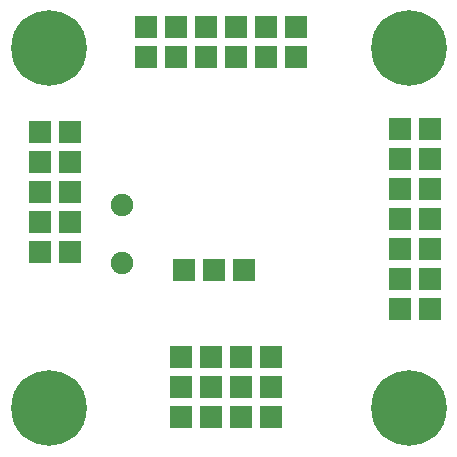
<source format=gbr>
G04 #@! TF.FileFunction,Soldermask,Top*
%FSLAX46Y46*%
G04 Gerber Fmt 4.6, Leading zero omitted, Abs format (unit mm)*
G04 Created by KiCad (PCBNEW 0.201509081510+6169~29~ubuntu15.04.1-product) date Pá 11. září 2015, 10:44:20 CEST*
%MOMM*%
G01*
G04 APERTURE LIST*
%ADD10C,0.150000*%
%ADD11R,1.924000X1.924000*%
%ADD12C,6.400000*%
%ADD13C,1.901140*%
G04 APERTURE END LIST*
D10*
D11*
X15875000Y34798000D03*
X15875000Y37338000D03*
X23876000Y4318000D03*
X21336000Y4318000D03*
X23876000Y6858000D03*
X21336000Y6858000D03*
X23876000Y9398000D03*
X21336000Y9398000D03*
X37338000Y26162000D03*
X34798000Y26162000D03*
X37338000Y28702000D03*
X34798000Y28702000D03*
X13335000Y34798000D03*
X13335000Y37338000D03*
X18415000Y34798000D03*
X18415000Y37338000D03*
X20955000Y37338000D03*
X20955000Y34798000D03*
X26035000Y37338000D03*
X26035000Y34798000D03*
X23495000Y37338000D03*
X23495000Y34798000D03*
X16510000Y16764000D03*
X19050000Y16764000D03*
X21590000Y16764000D03*
X6858000Y28448000D03*
X4318000Y28448000D03*
X6858000Y25908000D03*
X4318000Y25908000D03*
X37338000Y18542000D03*
X34798000Y18542000D03*
X37338000Y21082000D03*
X34798000Y21082000D03*
X6858000Y18288000D03*
X4318000Y18288000D03*
X37338000Y13462000D03*
X34798000Y13462000D03*
X37338000Y16002000D03*
X34798000Y16002000D03*
X37338000Y23622000D03*
X34798000Y23622000D03*
X16256000Y9398000D03*
X18796000Y9398000D03*
X16256000Y6858000D03*
X18796000Y6858000D03*
X16256000Y4318000D03*
X18796000Y4318000D03*
X6858000Y20828000D03*
X4318000Y20828000D03*
X6858000Y23368000D03*
X4318000Y23368000D03*
D12*
X35560000Y35560000D03*
X35560000Y5080000D03*
X5080000Y35560000D03*
X5080000Y5080000D03*
D13*
X11303000Y22252940D03*
X11303000Y17371060D03*
M02*

</source>
